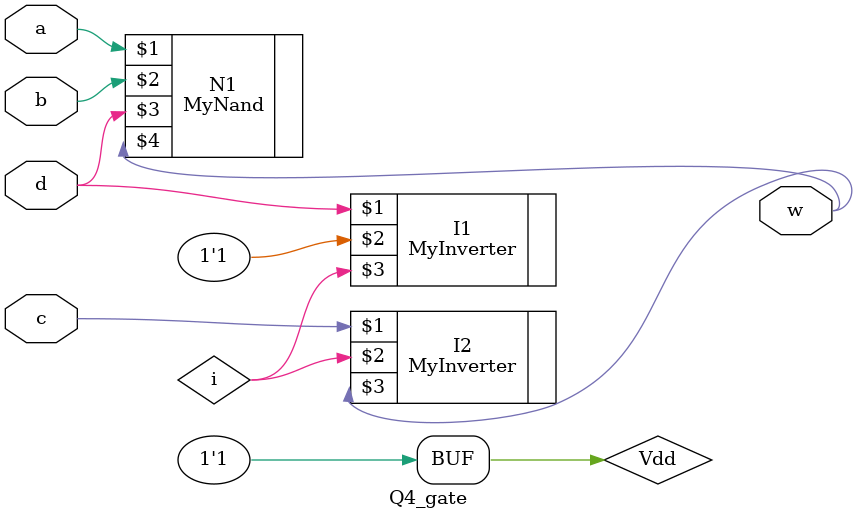
<source format=sv>
`timescale 1ns/1ns
module Q4_gate(input a,b,c,d, output w);
	supply1 Vdd;
	wire i;
	MyInverter I1(d,Vdd,i);
	MyInverter I2(c,i,w);
	MyNand N1(a,b,d,w);
endmodule

</source>
